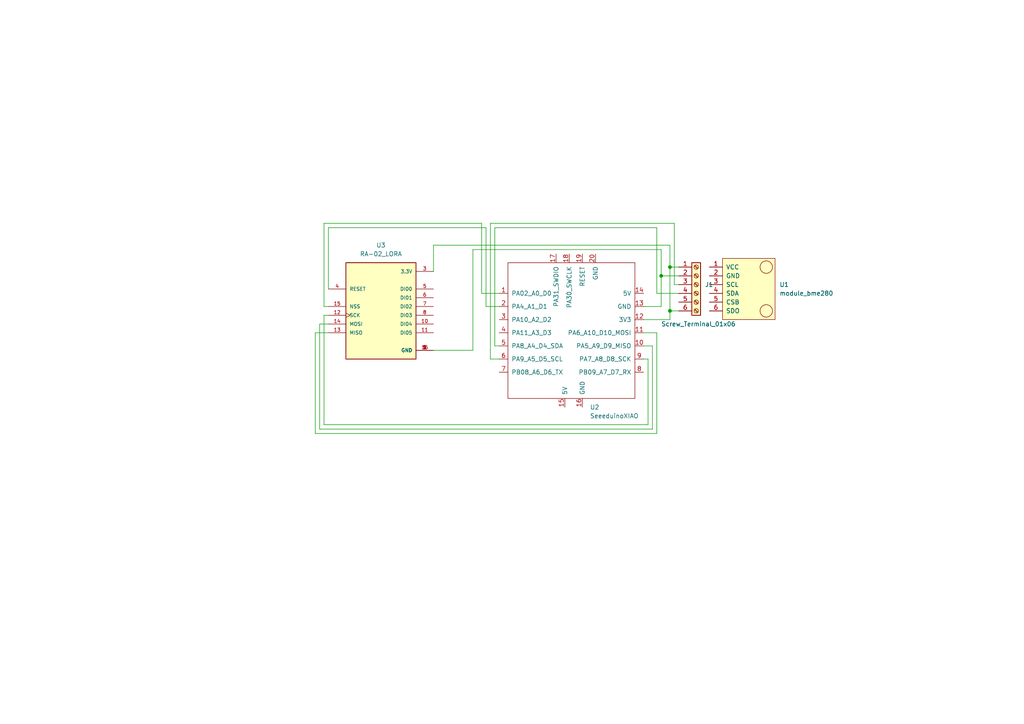
<source format=kicad_sch>
(kicad_sch (version 20230121) (generator eeschema)

  (uuid e5c2ed99-ec94-4e13-8a3f-11ab0b53aa42)

  (paper "A4")

  (lib_symbols
    (symbol "Connector:Screw_Terminal_01x06" (pin_names (offset 1.016) hide) (in_bom yes) (on_board yes)
      (property "Reference" "J" (at 0 7.62 0)
        (effects (font (size 1.27 1.27)))
      )
      (property "Value" "Screw_Terminal_01x06" (at 0 -10.16 0)
        (effects (font (size 1.27 1.27)))
      )
      (property "Footprint" "" (at 0 0 0)
        (effects (font (size 1.27 1.27)) hide)
      )
      (property "Datasheet" "~" (at 0 0 0)
        (effects (font (size 1.27 1.27)) hide)
      )
      (property "ki_keywords" "screw terminal" (at 0 0 0)
        (effects (font (size 1.27 1.27)) hide)
      )
      (property "ki_description" "Generic screw terminal, single row, 01x06, script generated (kicad-library-utils/schlib/autogen/connector/)" (at 0 0 0)
        (effects (font (size 1.27 1.27)) hide)
      )
      (property "ki_fp_filters" "TerminalBlock*:*" (at 0 0 0)
        (effects (font (size 1.27 1.27)) hide)
      )
      (symbol "Screw_Terminal_01x06_1_1"
        (rectangle (start -1.27 6.35) (end 1.27 -8.89)
          (stroke (width 0.254) (type default))
          (fill (type background))
        )
        (circle (center 0 -7.62) (radius 0.635)
          (stroke (width 0.1524) (type default))
          (fill (type none))
        )
        (circle (center 0 -5.08) (radius 0.635)
          (stroke (width 0.1524) (type default))
          (fill (type none))
        )
        (circle (center 0 -2.54) (radius 0.635)
          (stroke (width 0.1524) (type default))
          (fill (type none))
        )
        (polyline
          (pts
            (xy -0.5334 -7.2898)
            (xy 0.3302 -8.128)
          )
          (stroke (width 0.1524) (type default))
          (fill (type none))
        )
        (polyline
          (pts
            (xy -0.5334 -4.7498)
            (xy 0.3302 -5.588)
          )
          (stroke (width 0.1524) (type default))
          (fill (type none))
        )
        (polyline
          (pts
            (xy -0.5334 -2.2098)
            (xy 0.3302 -3.048)
          )
          (stroke (width 0.1524) (type default))
          (fill (type none))
        )
        (polyline
          (pts
            (xy -0.5334 0.3302)
            (xy 0.3302 -0.508)
          )
          (stroke (width 0.1524) (type default))
          (fill (type none))
        )
        (polyline
          (pts
            (xy -0.5334 2.8702)
            (xy 0.3302 2.032)
          )
          (stroke (width 0.1524) (type default))
          (fill (type none))
        )
        (polyline
          (pts
            (xy -0.5334 5.4102)
            (xy 0.3302 4.572)
          )
          (stroke (width 0.1524) (type default))
          (fill (type none))
        )
        (polyline
          (pts
            (xy -0.3556 -7.112)
            (xy 0.508 -7.9502)
          )
          (stroke (width 0.1524) (type default))
          (fill (type none))
        )
        (polyline
          (pts
            (xy -0.3556 -4.572)
            (xy 0.508 -5.4102)
          )
          (stroke (width 0.1524) (type default))
          (fill (type none))
        )
        (polyline
          (pts
            (xy -0.3556 -2.032)
            (xy 0.508 -2.8702)
          )
          (stroke (width 0.1524) (type default))
          (fill (type none))
        )
        (polyline
          (pts
            (xy -0.3556 0.508)
            (xy 0.508 -0.3302)
          )
          (stroke (width 0.1524) (type default))
          (fill (type none))
        )
        (polyline
          (pts
            (xy -0.3556 3.048)
            (xy 0.508 2.2098)
          )
          (stroke (width 0.1524) (type default))
          (fill (type none))
        )
        (polyline
          (pts
            (xy -0.3556 5.588)
            (xy 0.508 4.7498)
          )
          (stroke (width 0.1524) (type default))
          (fill (type none))
        )
        (circle (center 0 0) (radius 0.635)
          (stroke (width 0.1524) (type default))
          (fill (type none))
        )
        (circle (center 0 2.54) (radius 0.635)
          (stroke (width 0.1524) (type default))
          (fill (type none))
        )
        (circle (center 0 5.08) (radius 0.635)
          (stroke (width 0.1524) (type default))
          (fill (type none))
        )
        (pin passive line (at -5.08 5.08 0) (length 3.81)
          (name "Pin_1" (effects (font (size 1.27 1.27))))
          (number "1" (effects (font (size 1.27 1.27))))
        )
        (pin passive line (at -5.08 2.54 0) (length 3.81)
          (name "Pin_2" (effects (font (size 1.27 1.27))))
          (number "2" (effects (font (size 1.27 1.27))))
        )
        (pin passive line (at -5.08 0 0) (length 3.81)
          (name "Pin_3" (effects (font (size 1.27 1.27))))
          (number "3" (effects (font (size 1.27 1.27))))
        )
        (pin passive line (at -5.08 -2.54 0) (length 3.81)
          (name "Pin_4" (effects (font (size 1.27 1.27))))
          (number "4" (effects (font (size 1.27 1.27))))
        )
        (pin passive line (at -5.08 -5.08 0) (length 3.81)
          (name "Pin_5" (effects (font (size 1.27 1.27))))
          (number "5" (effects (font (size 1.27 1.27))))
        )
        (pin passive line (at -5.08 -7.62 0) (length 3.81)
          (name "Pin_6" (effects (font (size 1.27 1.27))))
          (number "6" (effects (font (size 1.27 1.27))))
        )
      )
    )
    (symbol "RA-02_LORA:RA-02_LORA" (pin_names (offset 1.016)) (in_bom yes) (on_board yes)
      (property "Reference" "U" (at -10.16 16.51 0)
        (effects (font (size 1.27 1.27)) (justify left bottom))
      )
      (property "Value" "RA-02_LORA" (at -10.16 -13.97 0)
        (effects (font (size 1.27 1.27)) (justify left top))
      )
      (property "Footprint" "RA-02_LORA:MODULE_RA-02_LORA" (at 0 0 0)
        (effects (font (size 1.27 1.27)) (justify bottom) hide)
      )
      (property "Datasheet" "" (at 0 0 0)
        (effects (font (size 1.27 1.27)) hide)
      )
      (property "MF" "AI-Thinker" (at 0 0 0)
        (effects (font (size 1.27 1.27)) (justify bottom) hide)
      )
      (property "MAXIMUM_PACKAGE_HEIGHT" "3.3mm" (at 0 0 0)
        (effects (font (size 1.27 1.27)) (justify bottom) hide)
      )
      (property "Package" "None" (at 0 0 0)
        (effects (font (size 1.27 1.27)) (justify bottom) hide)
      )
      (property "Price" "None" (at 0 0 0)
        (effects (font (size 1.27 1.27)) (justify bottom) hide)
      )
      (property "Check_prices" "https://www.snapeda.com/parts/Ra-02%20LoRa/AI-Thinker/view-part/?ref=eda" (at 0 0 0)
        (effects (font (size 1.27 1.27)) (justify bottom) hide)
      )
      (property "STANDARD" "Manufacturer Recommendations" (at 0 0 0)
        (effects (font (size 1.27 1.27)) (justify bottom) hide)
      )
      (property "PARTREV" "2018/03/02" (at 0 0 0)
        (effects (font (size 1.27 1.27)) (justify bottom) hide)
      )
      (property "SnapEDA_Link" "https://www.snapeda.com/parts/Ra-02%20LoRa/AI-Thinker/view-part/?ref=snap" (at 0 0 0)
        (effects (font (size 1.27 1.27)) (justify bottom) hide)
      )
      (property "MP" "Ra-02 LoRa" (at 0 0 0)
        (effects (font (size 1.27 1.27)) (justify bottom) hide)
      )
      (property "Description" "\nRa-02 LoRa RF M5Stack Platform Evaluation Expansion Board\n" (at 0 0 0)
        (effects (font (size 1.27 1.27)) (justify bottom) hide)
      )
      (property "Availability" "Not in stock" (at 0 0 0)
        (effects (font (size 1.27 1.27)) (justify bottom) hide)
      )
      (property "MANUFACTURER" "Ai-Thinker" (at 0 0 0)
        (effects (font (size 1.27 1.27)) (justify bottom) hide)
      )
      (symbol "RA-02_LORA_0_0"
        (rectangle (start -10.16 -12.7) (end 10.16 15.24)
          (stroke (width 0.254) (type default))
          (fill (type background))
        )
        (pin power_in line (at 15.24 -10.16 180) (length 5.08)
          (name "GND" (effects (font (size 1.016 1.016))))
          (number "1" (effects (font (size 1.016 1.016))))
        )
        (pin bidirectional line (at 15.24 -2.54 180) (length 5.08)
          (name "DI04" (effects (font (size 1.016 1.016))))
          (number "10" (effects (font (size 1.016 1.016))))
        )
        (pin bidirectional line (at 15.24 -5.08 180) (length 5.08)
          (name "DI05" (effects (font (size 1.016 1.016))))
          (number "11" (effects (font (size 1.016 1.016))))
        )
        (pin input clock (at -15.24 0 0) (length 5.08)
          (name "SCK" (effects (font (size 1.016 1.016))))
          (number "12" (effects (font (size 1.016 1.016))))
        )
        (pin output line (at -15.24 -5.08 0) (length 5.08)
          (name "MISO" (effects (font (size 1.016 1.016))))
          (number "13" (effects (font (size 1.016 1.016))))
        )
        (pin input line (at -15.24 -2.54 0) (length 5.08)
          (name "MOSI" (effects (font (size 1.016 1.016))))
          (number "14" (effects (font (size 1.016 1.016))))
        )
        (pin input line (at -15.24 2.54 0) (length 5.08)
          (name "NSS" (effects (font (size 1.016 1.016))))
          (number "15" (effects (font (size 1.016 1.016))))
        )
        (pin power_in line (at 15.24 -10.16 180) (length 5.08)
          (name "GND" (effects (font (size 1.016 1.016))))
          (number "16" (effects (font (size 1.016 1.016))))
        )
        (pin power_in line (at 15.24 -10.16 180) (length 5.08)
          (name "GND" (effects (font (size 1.016 1.016))))
          (number "2" (effects (font (size 1.016 1.016))))
        )
        (pin power_in line (at 15.24 12.7 180) (length 5.08)
          (name "3.3V" (effects (font (size 1.016 1.016))))
          (number "3" (effects (font (size 1.016 1.016))))
        )
        (pin input line (at -15.24 7.62 0) (length 5.08)
          (name "RESET" (effects (font (size 1.016 1.016))))
          (number "4" (effects (font (size 1.016 1.016))))
        )
        (pin bidirectional line (at 15.24 7.62 180) (length 5.08)
          (name "DI00" (effects (font (size 1.016 1.016))))
          (number "5" (effects (font (size 1.016 1.016))))
        )
        (pin bidirectional line (at 15.24 5.08 180) (length 5.08)
          (name "DI01" (effects (font (size 1.016 1.016))))
          (number "6" (effects (font (size 1.016 1.016))))
        )
        (pin bidirectional line (at 15.24 2.54 180) (length 5.08)
          (name "DI02" (effects (font (size 1.016 1.016))))
          (number "7" (effects (font (size 1.016 1.016))))
        )
        (pin bidirectional line (at 15.24 0 180) (length 5.08)
          (name "DI03" (effects (font (size 1.016 1.016))))
          (number "8" (effects (font (size 1.016 1.016))))
        )
        (pin power_in line (at 15.24 -10.16 180) (length 5.08)
          (name "GND" (effects (font (size 1.016 1.016))))
          (number "9" (effects (font (size 1.016 1.016))))
        )
      )
    )
    (symbol "Seeeduino XIAO:SeeeduinoXIAO" (pin_names (offset 1.016)) (in_bom yes) (on_board yes)
      (property "Reference" "U" (at -19.05 22.86 0)
        (effects (font (size 1.27 1.27)))
      )
      (property "Value" "SeeeduinoXIAO" (at -12.7 21.59 0)
        (effects (font (size 1.27 1.27)))
      )
      (property "Footprint" "" (at -8.89 5.08 0)
        (effects (font (size 1.27 1.27)) hide)
      )
      (property "Datasheet" "" (at -8.89 5.08 0)
        (effects (font (size 1.27 1.27)) hide)
      )
      (symbol "SeeeduinoXIAO_0_1"
        (rectangle (start -19.05 20.32) (end 17.78 -19.05)
          (stroke (width 0) (type solid))
          (fill (type none))
        )
      )
      (symbol "SeeeduinoXIAO_1_1"
        (pin unspecified line (at -21.59 11.43 0) (length 2.54)
          (name "PA02_A0_D0" (effects (font (size 1.27 1.27))))
          (number "1" (effects (font (size 1.27 1.27))))
        )
        (pin unspecified line (at 20.32 -3.81 180) (length 2.54)
          (name "PA5_A9_D9_MISO" (effects (font (size 1.27 1.27))))
          (number "10" (effects (font (size 1.27 1.27))))
        )
        (pin unspecified line (at 20.32 0 180) (length 2.54)
          (name "PA6_A10_D10_MOSI" (effects (font (size 1.27 1.27))))
          (number "11" (effects (font (size 1.27 1.27))))
        )
        (pin unspecified line (at 20.32 3.81 180) (length 2.54)
          (name "3V3" (effects (font (size 1.27 1.27))))
          (number "12" (effects (font (size 1.27 1.27))))
        )
        (pin unspecified line (at 20.32 7.62 180) (length 2.54)
          (name "GND" (effects (font (size 1.27 1.27))))
          (number "13" (effects (font (size 1.27 1.27))))
        )
        (pin unspecified line (at 20.32 11.43 180) (length 2.54)
          (name "5V" (effects (font (size 1.27 1.27))))
          (number "14" (effects (font (size 1.27 1.27))))
        )
        (pin input line (at -2.54 -21.59 90) (length 2.54)
          (name "5V" (effects (font (size 1.27 1.27))))
          (number "15" (effects (font (size 1.27 1.27))))
        )
        (pin input line (at 2.54 -21.59 90) (length 2.54)
          (name "GND" (effects (font (size 1.27 1.27))))
          (number "16" (effects (font (size 1.27 1.27))))
        )
        (pin input line (at -5.08 22.86 270) (length 2.54)
          (name "PA31_SWDIO" (effects (font (size 1.27 1.27))))
          (number "17" (effects (font (size 1.27 1.27))))
        )
        (pin input line (at -1.27 22.86 270) (length 2.54)
          (name "PA30_SWCLK" (effects (font (size 1.27 1.27))))
          (number "18" (effects (font (size 1.27 1.27))))
        )
        (pin input line (at 2.54 22.86 270) (length 2.54)
          (name "RESET" (effects (font (size 1.27 1.27))))
          (number "19" (effects (font (size 1.27 1.27))))
        )
        (pin unspecified line (at -21.59 7.62 0) (length 2.54)
          (name "PA4_A1_D1" (effects (font (size 1.27 1.27))))
          (number "2" (effects (font (size 1.27 1.27))))
        )
        (pin input line (at 6.35 22.86 270) (length 2.54)
          (name "GND" (effects (font (size 1.27 1.27))))
          (number "20" (effects (font (size 1.27 1.27))))
        )
        (pin unspecified line (at -21.59 3.81 0) (length 2.54)
          (name "PA10_A2_D2" (effects (font (size 1.27 1.27))))
          (number "3" (effects (font (size 1.27 1.27))))
        )
        (pin unspecified line (at -21.59 0 0) (length 2.54)
          (name "PA11_A3_D3" (effects (font (size 1.27 1.27))))
          (number "4" (effects (font (size 1.27 1.27))))
        )
        (pin unspecified line (at -21.59 -3.81 0) (length 2.54)
          (name "PA8_A4_D4_SDA" (effects (font (size 1.27 1.27))))
          (number "5" (effects (font (size 1.27 1.27))))
        )
        (pin unspecified line (at -21.59 -7.62 0) (length 2.54)
          (name "PA9_A5_D5_SCL" (effects (font (size 1.27 1.27))))
          (number "6" (effects (font (size 1.27 1.27))))
        )
        (pin unspecified line (at -21.59 -11.43 0) (length 2.54)
          (name "PB08_A6_D6_TX" (effects (font (size 1.27 1.27))))
          (number "7" (effects (font (size 1.27 1.27))))
        )
        (pin unspecified line (at 20.32 -11.43 180) (length 2.54)
          (name "PB09_A7_D7_RX" (effects (font (size 1.27 1.27))))
          (number "8" (effects (font (size 1.27 1.27))))
        )
        (pin unspecified line (at 20.32 -7.62 180) (length 2.54)
          (name "PA7_A8_D8_SCK" (effects (font (size 1.27 1.27))))
          (number "9" (effects (font (size 1.27 1.27))))
        )
      )
    )
    (symbol "usini_sensors:module_bme280" (pin_names (offset 1.016)) (in_bom yes) (on_board yes)
      (property "Reference" "U" (at 3.81 11.43 0)
        (effects (font (size 1.27 1.27)))
      )
      (property "Value" "module_bme280" (at 11.43 -8.89 0)
        (effects (font (size 1.27 1.27)))
      )
      (property "Footprint" "usini_sensors:module_bme280" (at 12.7 -11.43 0)
        (effects (font (size 1.27 1.27)) hide)
      )
      (property "Datasheet" "" (at 0 0 0)
        (effects (font (size 1.27 1.27)) hide)
      )
      (symbol "module_bme280_0_1"
        (rectangle (start 3.81 -7.62) (end 19.05 10.16)
          (stroke (width 0) (type default))
          (fill (type background))
        )
        (circle (center 16.51 -5.08) (radius 1.8034)
          (stroke (width 0) (type default))
          (fill (type none))
        )
        (circle (center 16.51 7.62) (radius 1.8034)
          (stroke (width 0) (type default))
          (fill (type none))
        )
      )
      (symbol "module_bme280_1_1"
        (pin passive line (at 0 7.62 0) (length 3.81)
          (name "VCC" (effects (font (size 1.27 1.27))))
          (number "1" (effects (font (size 1.27 1.27))))
        )
        (pin passive line (at 0 5.08 0) (length 3.81)
          (name "GND" (effects (font (size 1.27 1.27))))
          (number "2" (effects (font (size 1.27 1.27))))
        )
        (pin passive line (at 0 2.54 0) (length 3.81)
          (name "SCL" (effects (font (size 1.27 1.27))))
          (number "3" (effects (font (size 1.27 1.27))))
        )
        (pin passive line (at 0 0 0) (length 3.81)
          (name "SDA" (effects (font (size 1.27 1.27))))
          (number "4" (effects (font (size 1.27 1.27))))
        )
        (pin passive line (at 0 -2.54 0) (length 3.81)
          (name "CSB" (effects (font (size 1.27 1.27))))
          (number "5" (effects (font (size 1.27 1.27))))
        )
        (pin passive line (at 0 -5.08 0) (length 3.81)
          (name "SDO" (effects (font (size 1.27 1.27))))
          (number "6" (effects (font (size 1.27 1.27))))
        )
      )
    )
  )

  (junction (at 194.31 77.47) (diameter 0) (color 0 0 0 0)
    (uuid 80ebc382-7233-4c22-bb52-d78e62714ad8)
  )
  (junction (at 191.77 80.01) (diameter 0) (color 0 0 0 0)
    (uuid b4976682-57b3-4d37-a6cd-97d17fe03537)
  )
  (junction (at 194.31 90.17) (diameter 0) (color 0 0 0 0)
    (uuid d32d13de-7784-4064-b09d-d5e7aafc03ca)
  )

  (wire (pts (xy 196.85 80.01) (xy 191.77 80.01))
    (stroke (width 0) (type default))
    (uuid 03804912-0a10-4794-9de4-c75a3e6a4ec5)
  )
  (wire (pts (xy 93.98 88.9) (xy 95.25 88.9))
    (stroke (width 0) (type default))
    (uuid 0575524f-5e56-4aaf-95c1-904c2ed955a0)
  )
  (wire (pts (xy 125.73 101.6) (xy 137.16 101.6))
    (stroke (width 0) (type default))
    (uuid 07e00a2e-0658-45d9-949c-a9b6a93147ec)
  )
  (wire (pts (xy 190.5 96.52) (xy 190.5 125.73))
    (stroke (width 0) (type default))
    (uuid 08804cf3-2fd2-446f-a26c-af1e3986e9c3)
  )
  (wire (pts (xy 194.31 77.47) (xy 194.31 90.17))
    (stroke (width 0) (type default))
    (uuid 11a50724-76fa-46ae-91da-a0560e8edf06)
  )
  (wire (pts (xy 137.16 72.39) (xy 191.77 72.39))
    (stroke (width 0) (type default))
    (uuid 11ada959-aedc-4ba7-9105-4ca604b1e80d)
  )
  (wire (pts (xy 93.98 64.77) (xy 93.98 88.9))
    (stroke (width 0) (type default))
    (uuid 12f61102-9f54-4403-b42a-8571e3a3b75c)
  )
  (wire (pts (xy 190.5 85.09) (xy 190.5 66.04))
    (stroke (width 0) (type default))
    (uuid 20f8bfb8-069d-4b21-8ff4-d820d1ca0097)
  )
  (wire (pts (xy 125.73 78.74) (xy 125.73 71.12))
    (stroke (width 0) (type default))
    (uuid 282e9594-5163-426f-be58-c1545d10344c)
  )
  (wire (pts (xy 187.96 104.14) (xy 187.96 123.19))
    (stroke (width 0) (type default))
    (uuid 298e0c2c-4e93-48f0-af0a-1b171840e547)
  )
  (wire (pts (xy 93.98 91.44) (xy 95.25 91.44))
    (stroke (width 0) (type default))
    (uuid 2b09ef1a-b792-4926-8811-85988f61835b)
  )
  (wire (pts (xy 93.98 123.19) (xy 93.98 91.44))
    (stroke (width 0) (type default))
    (uuid 3b0a7ddb-b949-4a7b-97f2-ddd9b22c3951)
  )
  (wire (pts (xy 91.44 125.73) (xy 91.44 96.52))
    (stroke (width 0) (type default))
    (uuid 3ce616a9-bdad-4365-a4d6-ff2b1e6e7d98)
  )
  (wire (pts (xy 196.85 85.09) (xy 190.5 85.09))
    (stroke (width 0) (type default))
    (uuid 3e68023b-b4f6-4286-8620-6c8162fa8df1)
  )
  (wire (pts (xy 186.69 104.14) (xy 187.96 104.14))
    (stroke (width 0) (type default))
    (uuid 419545bc-30ff-4c7d-86fa-d23d12c146c4)
  )
  (wire (pts (xy 186.69 96.52) (xy 190.5 96.52))
    (stroke (width 0) (type default))
    (uuid 429b0e4d-9552-43eb-b169-fee7642b0f17)
  )
  (wire (pts (xy 195.58 82.55) (xy 196.85 82.55))
    (stroke (width 0) (type default))
    (uuid 4e2c0d6f-8954-4791-9a8d-aeb3a1c19d83)
  )
  (wire (pts (xy 143.51 66.04) (xy 143.51 100.33))
    (stroke (width 0) (type default))
    (uuid 5041a41c-4ada-414c-aab4-76e4c8463f8a)
  )
  (wire (pts (xy 194.31 71.12) (xy 194.31 77.47))
    (stroke (width 0) (type default))
    (uuid 52c9e7b7-57c0-4087-9c83-40639bbb717d)
  )
  (wire (pts (xy 143.51 100.33) (xy 144.78 100.33))
    (stroke (width 0) (type default))
    (uuid 64aa9236-9fee-43fc-ba46-2361d9eb289d)
  )
  (wire (pts (xy 95.25 66.04) (xy 140.97 66.04))
    (stroke (width 0) (type default))
    (uuid 64cff67d-7ad7-4818-a79e-62dcc7a6583b)
  )
  (wire (pts (xy 186.69 100.33) (xy 189.23 100.33))
    (stroke (width 0) (type default))
    (uuid 761bc3b8-4389-417f-9b1a-38f4ffdc08da)
  )
  (wire (pts (xy 140.97 66.04) (xy 140.97 88.9))
    (stroke (width 0) (type default))
    (uuid 7cfc6874-e6eb-4cd1-9578-44cf6cc87b1e)
  )
  (wire (pts (xy 190.5 125.73) (xy 91.44 125.73))
    (stroke (width 0) (type default))
    (uuid 7d0fbefb-f0cb-4daf-9efa-8a1621fbb4bb)
  )
  (wire (pts (xy 92.71 93.98) (xy 95.25 93.98))
    (stroke (width 0) (type default))
    (uuid 823aaac5-6773-4f3b-b523-2b966783e79f)
  )
  (wire (pts (xy 189.23 100.33) (xy 189.23 124.46))
    (stroke (width 0) (type default))
    (uuid 8b9fab32-0f44-4503-b84b-66103d464518)
  )
  (wire (pts (xy 195.58 64.77) (xy 142.24 64.77))
    (stroke (width 0) (type default))
    (uuid 91869f9c-6cbc-4b06-9b31-d3bf3de62da6)
  )
  (wire (pts (xy 140.97 88.9) (xy 144.78 88.9))
    (stroke (width 0) (type default))
    (uuid 968569bc-5465-439d-85b3-94e84f822017)
  )
  (wire (pts (xy 194.31 77.47) (xy 196.85 77.47))
    (stroke (width 0) (type default))
    (uuid 96bd1fc8-ba98-4932-b293-a2da7b60c916)
  )
  (wire (pts (xy 125.73 71.12) (xy 194.31 71.12))
    (stroke (width 0) (type default))
    (uuid a031af69-6c67-424c-9c37-caea72e45be5)
  )
  (wire (pts (xy 189.23 124.46) (xy 92.71 124.46))
    (stroke (width 0) (type default))
    (uuid a224ced2-ab2c-41a8-98ff-16f447a9c94c)
  )
  (wire (pts (xy 194.31 90.17) (xy 194.31 92.71))
    (stroke (width 0) (type default))
    (uuid a2328508-6645-4fe8-bf72-5093ec72bc20)
  )
  (wire (pts (xy 191.77 88.9) (xy 186.69 88.9))
    (stroke (width 0) (type default))
    (uuid a23a3700-0aa4-4544-81ec-1dc8dff1d9c7)
  )
  (wire (pts (xy 194.31 90.17) (xy 196.85 90.17))
    (stroke (width 0) (type default))
    (uuid a408d9aa-19d5-47e7-bf5a-447e7542d4a0)
  )
  (wire (pts (xy 139.7 64.77) (xy 93.98 64.77))
    (stroke (width 0) (type default))
    (uuid a58727b5-6a00-47db-a7c2-315d25a9bbc1)
  )
  (wire (pts (xy 194.31 92.71) (xy 186.69 92.71))
    (stroke (width 0) (type default))
    (uuid a82c5c6f-c254-4af8-a2ac-711ffef1358d)
  )
  (wire (pts (xy 95.25 83.82) (xy 95.25 66.04))
    (stroke (width 0) (type default))
    (uuid ab4812b7-0a40-47a9-9541-b1168a008079)
  )
  (wire (pts (xy 191.77 72.39) (xy 191.77 80.01))
    (stroke (width 0) (type default))
    (uuid b4527f2c-04fb-41dd-a939-b3363e8aa2fa)
  )
  (wire (pts (xy 91.44 96.52) (xy 95.25 96.52))
    (stroke (width 0) (type default))
    (uuid c17c783a-078c-4b88-a281-4dfd8e4506e5)
  )
  (wire (pts (xy 142.24 64.77) (xy 142.24 104.14))
    (stroke (width 0) (type default))
    (uuid c9fc12cd-67ee-47fe-8830-bb767f2de30a)
  )
  (wire (pts (xy 137.16 101.6) (xy 137.16 72.39))
    (stroke (width 0) (type default))
    (uuid cb04189c-94f5-4783-9fc6-9d56ba4b6d18)
  )
  (wire (pts (xy 142.24 104.14) (xy 144.78 104.14))
    (stroke (width 0) (type default))
    (uuid d5bb595b-8c3b-4e8a-ac76-a2ef036fbed3)
  )
  (wire (pts (xy 139.7 85.09) (xy 139.7 64.77))
    (stroke (width 0) (type default))
    (uuid d5cc911c-ca5f-4ed4-829a-cc19fa2bf71d)
  )
  (wire (pts (xy 144.78 85.09) (xy 139.7 85.09))
    (stroke (width 0) (type default))
    (uuid ecc4aacc-2a90-4497-b3d4-50ca268e23f8)
  )
  (wire (pts (xy 187.96 123.19) (xy 93.98 123.19))
    (stroke (width 0) (type default))
    (uuid ed7a60f4-83e8-44aa-973e-d77d3bc30394)
  )
  (wire (pts (xy 92.71 124.46) (xy 92.71 93.98))
    (stroke (width 0) (type default))
    (uuid ee1bff84-4604-46eb-b3ec-411ef0c8d1bf)
  )
  (wire (pts (xy 191.77 80.01) (xy 191.77 88.9))
    (stroke (width 0) (type default))
    (uuid ef3c4431-a9a5-4502-b1da-ecc76b5a815d)
  )
  (wire (pts (xy 190.5 66.04) (xy 143.51 66.04))
    (stroke (width 0) (type default))
    (uuid f5d4b24f-fe0d-45f5-9de4-14928adee9b7)
  )
  (wire (pts (xy 195.58 64.77) (xy 195.58 82.55))
    (stroke (width 0) (type default))
    (uuid f8e52276-6c5c-4336-8e52-a73f271e0f38)
  )

  (symbol (lib_id "Seeeduino XIAO:SeeeduinoXIAO") (at 166.37 96.52 0) (unit 1)
    (in_bom yes) (on_board yes) (dnp no) (fields_autoplaced)
    (uuid 54cf383b-f4a0-4ac3-b718-927ddfee711a)
    (property "Reference" "U2" (at 171.1041 118.11 0)
      (effects (font (size 1.27 1.27)) (justify left))
    )
    (property "Value" "SeeeduinoXIAO" (at 171.1041 120.65 0)
      (effects (font (size 1.27 1.27)) (justify left))
    )
    (property "Footprint" "Seeeduino XIAO KICAD:Seeeduino XIAO-MOUDLE14P-2.54-21X17.8MM" (at 157.48 91.44 0)
      (effects (font (size 1.27 1.27)) hide)
    )
    (property "Datasheet" "" (at 157.48 91.44 0)
      (effects (font (size 1.27 1.27)) hide)
    )
    (pin "14" (uuid 5befda1f-d81c-44fa-829b-52c6cb046e8e))
    (pin "4" (uuid b50e80e5-7077-4deb-a172-062b354130db))
    (pin "8" (uuid d7b4c2ec-a1d4-4e92-91d3-bbb40aed8535))
    (pin "9" (uuid 4765333c-ef3a-4ce6-9e53-b57dc478ae9b))
    (pin "15" (uuid 0125013f-032a-4db6-a7d7-44fecb58ffbc))
    (pin "1" (uuid a43f8da7-7830-4ba4-a914-bd59913aaba4))
    (pin "11" (uuid d0dc3912-5ef2-4308-9086-650b8123fbb3))
    (pin "2" (uuid 5064afad-4780-4a75-9f7a-0e626a21742a))
    (pin "6" (uuid 9ad305b6-8038-4607-a886-fca9e44d0bdb))
    (pin "13" (uuid 05ecc775-2f90-49de-8719-39a31f78d424))
    (pin "7" (uuid a3e37a8f-e6f5-4f5b-870d-21db4ccbb966))
    (pin "18" (uuid aca1965e-9206-410c-9b16-5559535aec40))
    (pin "19" (uuid c2241802-7f3e-4c73-8de4-23312c8a615c))
    (pin "12" (uuid cb6a796c-393b-47ff-907f-bd4f9013b873))
    (pin "10" (uuid 891d0ddc-9816-4066-b63a-a0a185ce39d3))
    (pin "20" (uuid 3ee5be30-8277-46f4-b805-fb49cf7f7d20))
    (pin "3" (uuid 469e08bd-a2e1-474c-8eef-aca44b95e93d))
    (pin "16" (uuid 1890b603-a0c6-48e4-8fb1-2105a144cd10))
    (pin "17" (uuid d51bf43f-d266-495e-8221-8782cf89b637))
    (pin "5" (uuid 5d70df7f-a50f-4b59-8a71-847d0f153303))
    (instances
      (project "esp32c3"
        (path "/e5c2ed99-ec94-4e13-8a3f-11ab0b53aa42"
          (reference "U2") (unit 1)
        )
      )
    )
  )

  (symbol (lib_id "RA-02_LORA:RA-02_LORA") (at 110.49 91.44 0) (unit 1)
    (in_bom yes) (on_board yes) (dnp no) (fields_autoplaced)
    (uuid 5b459d14-f0f4-409a-87e5-cb46ae7acd00)
    (property "Reference" "U3" (at 110.49 71.12 0)
      (effects (font (size 1.27 1.27)))
    )
    (property "Value" "RA-02_LORA" (at 110.49 73.66 0)
      (effects (font (size 1.27 1.27)))
    )
    (property "Footprint" "RA-02_LORA:MODULE_RA-02_LORA" (at 110.49 91.44 0)
      (effects (font (size 1.27 1.27)) (justify bottom) hide)
    )
    (property "Datasheet" "" (at 110.49 91.44 0)
      (effects (font (size 1.27 1.27)) hide)
    )
    (property "MF" "AI-Thinker" (at 110.49 91.44 0)
      (effects (font (size 1.27 1.27)) (justify bottom) hide)
    )
    (property "MAXIMUM_PACKAGE_HEIGHT" "3.3mm" (at 110.49 91.44 0)
      (effects (font (size 1.27 1.27)) (justify bottom) hide)
    )
    (property "Package" "None" (at 110.49 91.44 0)
      (effects (font (size 1.27 1.27)) (justify bottom) hide)
    )
    (property "Price" "None" (at 110.49 91.44 0)
      (effects (font (size 1.27 1.27)) (justify bottom) hide)
    )
    (property "Check_prices" "https://www.snapeda.com/parts/Ra-02%20LoRa/AI-Thinker/view-part/?ref=eda" (at 110.49 91.44 0)
      (effects (font (size 1.27 1.27)) (justify bottom) hide)
    )
    (property "STANDARD" "Manufacturer Recommendations" (at 110.49 91.44 0)
      (effects (font (size 1.27 1.27)) (justify bottom) hide)
    )
    (property "PARTREV" "2018/03/02" (at 110.49 91.44 0)
      (effects (font (size 1.27 1.27)) (justify bottom) hide)
    )
    (property "SnapEDA_Link" "https://www.snapeda.com/parts/Ra-02%20LoRa/AI-Thinker/view-part/?ref=snap" (at 110.49 91.44 0)
      (effects (font (size 1.27 1.27)) (justify bottom) hide)
    )
    (property "MP" "Ra-02 LoRa" (at 110.49 91.44 0)
      (effects (font (size 1.27 1.27)) (justify bottom) hide)
    )
    (property "Description" "\nRa-02 LoRa RF M5Stack Platform Evaluation Expansion Board\n" (at 110.49 91.44 0)
      (effects (font (size 1.27 1.27)) (justify bottom) hide)
    )
    (property "Availability" "Not in stock" (at 110.49 91.44 0)
      (effects (font (size 1.27 1.27)) (justify bottom) hide)
    )
    (property "MANUFACTURER" "Ai-Thinker" (at 110.49 91.44 0)
      (effects (font (size 1.27 1.27)) (justify bottom) hide)
    )
    (pin "15" (uuid d820e323-963b-4348-9340-5de27cdac702))
    (pin "16" (uuid 6a88cf00-db78-4276-830b-e10e92b1b263))
    (pin "6" (uuid 13d68b9b-6087-495c-b6c6-781cef832be7))
    (pin "8" (uuid 7126c8fb-a028-4447-b49a-70f0f1558c51))
    (pin "2" (uuid b7204d71-9788-4d86-aba4-da5c27e8dc28))
    (pin "4" (uuid 8c1f5465-77da-4703-939c-828f7a51d5d1))
    (pin "5" (uuid 1525bbc7-56f6-4b4c-9ec6-9648c5904fcb))
    (pin "7" (uuid dd295729-e924-49a3-8d5d-18c6447b7458))
    (pin "9" (uuid c4238231-1a44-4297-a647-e3282ba4e41e))
    (pin "3" (uuid 90863cbf-6ee4-4c4b-8b51-5ab58f84ec78))
    (pin "12" (uuid 82adf9ee-a2e0-410c-89b8-e0331053bbde))
    (pin "14" (uuid ec0a9109-9e09-49b9-b13b-8127e41eff3e))
    (pin "1" (uuid 21f1e4e3-d8d4-4284-9c70-965df40af3fa))
    (pin "13" (uuid d2804e8f-7842-4180-a2d7-4dec95bd8feb))
    (pin "10" (uuid 4d204891-8c9b-4e74-a139-8627e3202a4f))
    (pin "11" (uuid a0173289-64dc-403c-a0d8-1e1c6ccda9d2))
    (instances
      (project "esp32c3"
        (path "/e5c2ed99-ec94-4e13-8a3f-11ab0b53aa42"
          (reference "U3") (unit 1)
        )
      )
    )
  )

  (symbol (lib_id "Connector:Screw_Terminal_01x06") (at 201.93 82.55 0) (unit 1)
    (in_bom yes) (on_board yes) (dnp no)
    (uuid 892f3a50-5b9f-4337-bad4-4f90f1898750)
    (property "Reference" "J1" (at 204.47 82.55 0)
      (effects (font (size 1.27 1.27)) (justify left))
    )
    (property "Value" "Screw_Terminal_01x06" (at 191.77 93.98 0)
      (effects (font (size 1.27 1.27)) (justify left))
    )
    (property "Footprint" "Connector_PinHeader_2.54mm:PinHeader_1x06_P2.54mm_Vertical" (at 201.93 82.55 0)
      (effects (font (size 1.27 1.27)) hide)
    )
    (property "Datasheet" "~" (at 201.93 82.55 0)
      (effects (font (size 1.27 1.27)) hide)
    )
    (pin "2" (uuid 3d9af843-93d5-43ec-b3af-da0dcb66b56c))
    (pin "4" (uuid e2af9786-cfe3-40cc-9ac0-332108612f81))
    (pin "1" (uuid c7f346c3-0266-4953-aa2d-6d3257b08337))
    (pin "5" (uuid ada001da-c49b-4a45-9e84-7e59c60816cc))
    (pin "3" (uuid 48b064d8-60a2-44cf-bfe0-0258c8e95e28))
    (pin "6" (uuid 5e21199f-b172-4bb2-87a3-02affdeeed17))
    (instances
      (project "esp32c3"
        (path "/e5c2ed99-ec94-4e13-8a3f-11ab0b53aa42"
          (reference "J1") (unit 1)
        )
      )
    )
  )

  (symbol (lib_id "usini_sensors:module_bme280") (at 205.74 85.09 0) (unit 1)
    (in_bom yes) (on_board yes) (dnp no) (fields_autoplaced)
    (uuid a56ebfd4-2f75-4d1f-83b3-1ec1a3359358)
    (property "Reference" "U1" (at 226.06 82.55 0)
      (effects (font (size 1.27 1.27)) (justify left))
    )
    (property "Value" "module_bme280" (at 226.06 85.09 0)
      (effects (font (size 1.27 1.27)) (justify left))
    )
    (property "Footprint" "usini_sensors:module_bme280" (at 218.44 96.52 0)
      (effects (font (size 1.27 1.27)) hide)
    )
    (property "Datasheet" "" (at 205.74 85.09 0)
      (effects (font (size 1.27 1.27)) hide)
    )
    (pin "4" (uuid fe463051-8e70-474f-b198-c16bd88b7133))
    (pin "5" (uuid b358b85a-1a9c-4b6e-876d-13afaa752624))
    (pin "6" (uuid a9abdd98-2bf1-4682-aea6-63666d655644))
    (pin "2" (uuid b20d01ba-e9a3-4895-a11f-315e2c786d9a))
    (pin "1" (uuid ed4c70ad-93ee-4997-93aa-e199714b1dfa))
    (pin "3" (uuid 25e0623c-bcfe-412c-b459-797a89044250))
    (instances
      (project "esp32c3"
        (path "/e5c2ed99-ec94-4e13-8a3f-11ab0b53aa42"
          (reference "U1") (unit 1)
        )
      )
    )
  )

  (sheet_instances
    (path "/" (page "1"))
  )
)

</source>
